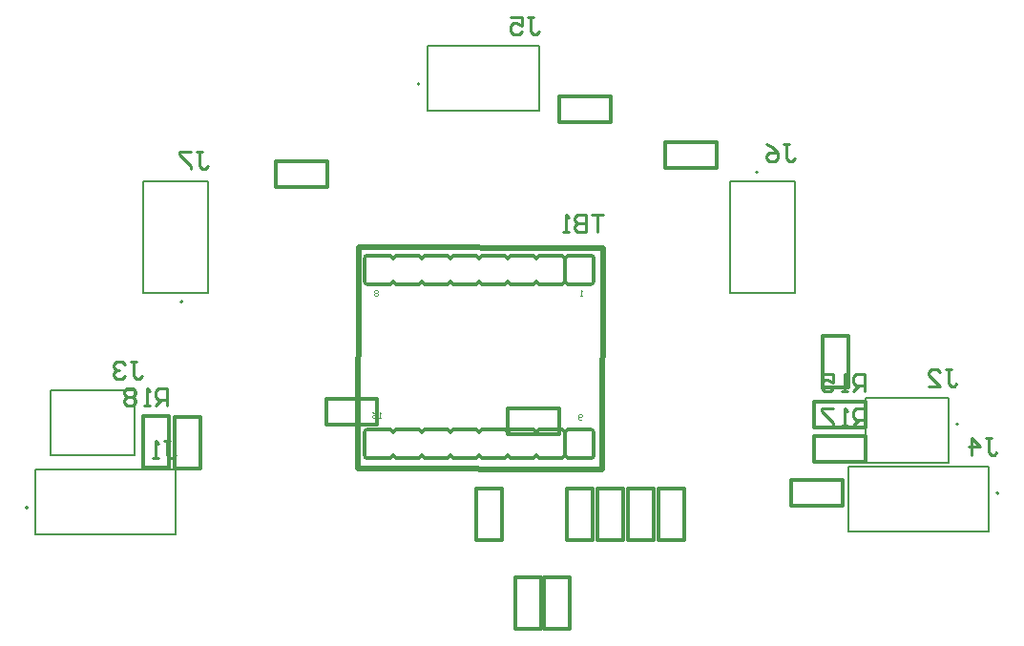
<source format=gbo>
G04*
G04 #@! TF.GenerationSoftware,Altium Limited,Altium Designer,23.6.0 (18)*
G04*
G04 Layer_Color=32896*
%FSLAX44Y44*%
%MOMM*%
G71*
G04*
G04 #@! TF.SameCoordinates,D83645A9-EAB1-4845-A107-50581717B435*
G04*
G04*
G04 #@! TF.FilePolarity,Positive*
G04*
G01*
G75*
%ADD11C,0.3000*%
%ADD13C,0.5000*%
%ADD14C,0.2540*%
%ADD15C,0.2000*%
%ADD16C,0.1270*%
%ADD17C,0.1000*%
D11*
X618353Y834929D02*
G03*
X615952Y832129I200J-2600D01*
G01*
X615952Y812129D02*
G03*
X618353Y809329I2600J-200D01*
G01*
X816752D02*
G03*
X819153Y812129I-200J2600D01*
G01*
X819153Y832129D02*
G03*
X816752Y834929I-2600J200D01*
G01*
X615950Y966630D02*
G03*
X618350Y963830I2600J-200D01*
G01*
Y989430D02*
G03*
X615950Y986630I200J-2600D01*
G01*
X819150D02*
G03*
X816750Y989430I-2600J200D01*
G01*
Y963830D02*
G03*
X819150Y966630I-200J2600D01*
G01*
X419030Y801530D02*
X441930D01*
X419030D02*
Y847030D01*
X441930Y801530D02*
Y847030D01*
X419030D02*
X441930D01*
X664212Y834829D02*
X666752Y832289D01*
X669293Y834829D01*
X689613D02*
X692152Y832289D01*
X638812Y834829D02*
X641352Y832289D01*
X643893Y834829D01*
X770892Y809329D02*
Y809429D01*
X796393Y809329D02*
X816752D01*
X796292D02*
Y809429D01*
X796393Y809329D01*
X770892D02*
X791212D01*
X765813Y834829D02*
X768353Y832289D01*
X770892Y834829D01*
X666752Y811969D02*
X669293Y809429D01*
X615952Y812129D02*
Y832129D01*
X715013Y834829D02*
X717552Y832289D01*
X720092Y834829D01*
X740413D02*
X742952Y832289D01*
X745492Y834829D01*
X692152Y832289D02*
X694693Y834829D01*
X664212Y809429D02*
X666752Y811969D01*
X669293Y809329D02*
Y809429D01*
Y809329D02*
X689613D01*
X694693Y809429D02*
X694792Y809329D01*
X689613D02*
X692152Y811869D01*
Y811969D01*
X694693Y809429D01*
Y809329D02*
Y809429D01*
X618493Y809329D02*
X638812D01*
X643893Y809429D02*
X643992Y809329D01*
X664352D01*
X638812D02*
X641352Y811869D01*
Y811969D01*
X643893Y809429D01*
Y809329D02*
Y809429D01*
X768353Y811969D02*
X770892Y809429D01*
X720092Y809329D02*
X740413D01*
X765813Y809429D02*
X768353Y811969D01*
X715013Y809429D02*
X717552Y811969D01*
X720092Y809429D01*
Y809329D02*
Y809429D01*
X745492D02*
X745592Y809329D01*
X765953D01*
X740413D02*
X742952Y811869D01*
Y811969D01*
X745492Y809429D01*
Y809329D02*
Y809429D01*
X694792Y809329D02*
X715153D01*
X819153Y812129D02*
Y832129D01*
X793753Y811869D02*
Y832289D01*
X796292Y834829D01*
X791212D02*
X793753Y832289D01*
Y811969D02*
X796292Y809429D01*
X793753Y811869D02*
Y811969D01*
X791212Y809329D02*
X793753Y811869D01*
X643893Y834929D02*
X664352D01*
X618493D02*
X638812D01*
X694693D02*
X715153D01*
X669293D02*
X689613D01*
X669293Y834829D02*
Y834929D01*
X745492D02*
X765953D01*
X720092D02*
X740413D01*
X720092Y834829D02*
Y834929D01*
X770892Y834829D02*
Y834929D01*
X791212D01*
X796292D02*
X816752D01*
X615950Y966630D02*
Y986630D01*
X643890Y963830D02*
Y963930D01*
X641350Y966470D02*
X643890Y963930D01*
X641350Y966370D02*
Y966470D01*
X638810Y963830D02*
X641350Y966370D01*
X643990Y963830D02*
X664350D01*
X643890Y963930D02*
X643990Y963830D01*
X618490D02*
X638810D01*
X694690D02*
Y963930D01*
X692150Y966470D02*
X694690Y963930D01*
X692150Y966370D02*
Y966470D01*
X689610Y963830D02*
X692150Y966370D01*
X694790Y963830D02*
X715150D01*
X694690Y963930D02*
X694790Y963830D01*
X669290D02*
X689610D01*
X669290D02*
Y963930D01*
X666750Y966470D02*
X669290Y963930D01*
X664210D02*
X666750Y966470D01*
X745490Y963830D02*
Y963930D01*
X742950Y966470D02*
X745490Y963930D01*
X742950Y966370D02*
Y966470D01*
X740410Y963830D02*
X742950Y966370D01*
X745590Y963830D02*
X765950D01*
X745490Y963930D02*
X745590Y963830D01*
X720090D02*
X740410D01*
X720090D02*
Y963930D01*
X717550Y966470D02*
X720090Y963930D01*
X715010D02*
X717550Y966470D01*
X641350Y986790D02*
X643890Y989330D01*
X638810D02*
X641350Y986790D01*
X643890Y989430D02*
X664350D01*
X618490D02*
X638810D01*
X692150Y986790D02*
X694690Y989330D01*
X689610D02*
X692150Y986790D01*
X694690Y989430D02*
X715150D01*
X666750Y986790D02*
X669290Y989330D01*
X664210D02*
X666750Y986790D01*
X669290Y989430D02*
X689610D01*
X669290Y989330D02*
Y989430D01*
X742950Y986790D02*
X745490Y989330D01*
X740410D02*
X742950Y986790D01*
X745490Y989430D02*
X765950D01*
X717550Y986790D02*
X720090Y989330D01*
X715010D02*
X717550Y986790D01*
X720090Y989430D02*
X740410D01*
X720090Y989330D02*
Y989430D01*
X765810Y963930D02*
X768350Y966470D01*
X770890Y963930D01*
Y963830D02*
Y963930D01*
Y963830D02*
X791210D01*
X796290Y963930D02*
X796390Y963830D01*
X816750D01*
X770890Y989330D02*
Y989430D01*
X791210D01*
X765810Y989330D02*
X768350Y986790D01*
X770890Y989330D01*
X796290Y989430D02*
X816750D01*
X791210Y963830D02*
X793750Y966370D01*
Y966470D01*
X796290Y963930D01*
Y963830D02*
Y963930D01*
X791210Y989330D02*
X793750Y986790D01*
X796290Y989330D01*
X819150Y966630D02*
Y986630D01*
X793750Y966370D02*
Y986790D01*
X1039970Y767010D02*
Y789910D01*
X994470Y767010D02*
X1039970D01*
X994470Y789910D02*
X1039970D01*
X994470Y767010D02*
Y789910D01*
X1060290Y806380D02*
Y829280D01*
X1014790Y806380D02*
X1060290D01*
X1014790Y829280D02*
X1060290D01*
X1014790Y806380D02*
Y829280D01*
X446970Y800260D02*
X469870D01*
X446970D02*
Y845760D01*
X469870Y800260D02*
Y845760D01*
X446970D02*
X469870D01*
X849348Y736760D02*
X872248D01*
X849348D02*
Y782260D01*
X872248Y736760D02*
Y782260D01*
X849348D02*
X872248D01*
X749230Y658020D02*
X772130D01*
X749230D02*
Y703520D01*
X772130Y658020D02*
Y703520D01*
X749230D02*
X772130D01*
X714940Y736760D02*
X737840D01*
X714940D02*
Y782260D01*
X737840Y736760D02*
Y782260D01*
X714940D02*
X737840D01*
X788610Y830610D02*
Y853510D01*
X743110Y830610D02*
X788610D01*
X743110Y853510D02*
X788610D01*
X743110Y830610D02*
Y853510D01*
X876230Y782260D02*
X899130D01*
Y736760D02*
Y782260D01*
X876230Y736760D02*
Y782260D01*
Y736760D02*
X899130D01*
X581720Y839400D02*
Y862300D01*
X627220D01*
X581720Y839400D02*
X627220D01*
Y862300D01*
X822467Y782260D02*
X845367D01*
Y736760D02*
Y782260D01*
X822467Y736760D02*
Y782260D01*
Y736760D02*
X845367D01*
X795585Y782260D02*
X818485D01*
Y736760D02*
Y782260D01*
X795585Y736760D02*
Y782260D01*
Y736760D02*
X818485D01*
X1014790Y836860D02*
Y859760D01*
X1060290D01*
X1014790Y836860D02*
X1060290D01*
Y859760D01*
X834330Y1107470D02*
Y1130370D01*
X788830Y1107470D02*
X834330D01*
X788830Y1130370D02*
X834330D01*
X788830Y1107470D02*
Y1130370D01*
X882710Y1066730D02*
Y1089630D01*
X928210D01*
X882710Y1066730D02*
X928210D01*
Y1089630D01*
X582870Y1050320D02*
Y1073220D01*
X537370Y1050320D02*
X582870D01*
X537370Y1073220D02*
X582870D01*
X537370Y1050320D02*
Y1073220D01*
X1022280Y918150D02*
X1045180D01*
Y872650D02*
Y918150D01*
X1022280Y872650D02*
Y918150D01*
Y872650D02*
X1045180D01*
X774630Y703520D02*
X797530D01*
Y658020D02*
Y703520D01*
X774630Y658020D02*
Y703520D01*
Y658020D02*
X797530D01*
D13*
X610916Y997062D02*
X827552Y995956D01*
X609555Y800583D02*
X825895Y799479D01*
X826550Y799630D02*
X827552Y995956D01*
X609915Y800880D02*
X610916Y997062D01*
D14*
X440944Y856234D02*
Y871469D01*
X433326D01*
X430787Y868930D01*
Y863851D01*
X433326Y861312D01*
X440944D01*
X435866D02*
X430787Y856234D01*
X425709D02*
X420631D01*
X423170D01*
Y871469D01*
X425709Y868930D01*
X413013D02*
X410474Y871469D01*
X405396D01*
X402856Y868930D01*
Y866391D01*
X405396Y863851D01*
X402856Y861312D01*
Y858773D01*
X405396Y856234D01*
X410474D01*
X413013Y858773D01*
Y861312D01*
X410474Y863851D01*
X413013Y866391D01*
Y868930D01*
X410474Y863851D02*
X405396D01*
X1059180Y838454D02*
Y853689D01*
X1051562D01*
X1049023Y851150D01*
Y846071D01*
X1051562Y843532D01*
X1059180D01*
X1054102D02*
X1049023Y838454D01*
X1043945D02*
X1038867D01*
X1041406D01*
Y853689D01*
X1043945Y851150D01*
X1031249Y853689D02*
X1021092D01*
Y851150D01*
X1031249Y840993D01*
Y838454D01*
X1059180Y868934D02*
Y884169D01*
X1051562D01*
X1049023Y881630D01*
Y876552D01*
X1051562Y874012D01*
X1059180D01*
X1054102D02*
X1049023Y868934D01*
X1043945D02*
X1038867D01*
X1041406D01*
Y884169D01*
X1043945Y881630D01*
X1021092Y884169D02*
X1031249D01*
Y876552D01*
X1026171Y879091D01*
X1023632D01*
X1021092Y876552D01*
Y871473D01*
X1023632Y868934D01*
X1028710D01*
X1031249Y871473D01*
X827532Y1025901D02*
X817375D01*
X822454D01*
Y1010666D01*
X812297Y1025901D02*
Y1010666D01*
X804679D01*
X802140Y1013205D01*
Y1015744D01*
X804679Y1018283D01*
X812297D01*
X804679D01*
X802140Y1020823D01*
Y1023362D01*
X804679Y1025901D01*
X812297D01*
X797062Y1010666D02*
X791983D01*
X794523D01*
Y1025901D01*
X797062Y1023362D01*
X987809Y1088131D02*
X992888D01*
X990349D01*
Y1075435D01*
X992888Y1072896D01*
X995427D01*
X997966Y1075435D01*
X972574Y1088131D02*
X977653Y1085592D01*
X982731Y1080514D01*
Y1075435D01*
X980192Y1072896D01*
X975113D01*
X972574Y1075435D01*
Y1077974D01*
X975113Y1080514D01*
X982731D01*
X1166625Y827781D02*
X1171704D01*
X1169165D01*
Y815085D01*
X1171704Y812546D01*
X1174243D01*
X1176782Y815085D01*
X1153929Y812546D02*
Y827781D01*
X1161547Y820163D01*
X1151390D01*
X760987Y1201161D02*
X766066D01*
X763527D01*
Y1188465D01*
X766066Y1185926D01*
X768605D01*
X771144Y1188465D01*
X745752Y1201161D02*
X755909D01*
Y1193543D01*
X750831Y1196083D01*
X748291D01*
X745752Y1193543D01*
Y1188465D01*
X748291Y1185926D01*
X753370D01*
X755909Y1188465D01*
X408435Y895091D02*
X413514D01*
X410975D01*
Y882395D01*
X413514Y879856D01*
X416053D01*
X418592Y882395D01*
X403357Y892552D02*
X400818Y895091D01*
X395739D01*
X393200Y892552D01*
Y890013D01*
X395739Y887474D01*
X398279D01*
X395739D01*
X393200Y884934D01*
Y882395D01*
X395739Y879856D01*
X400818D01*
X403357Y882395D01*
X438153Y825241D02*
X443232D01*
X440692D01*
Y812545D01*
X443232Y810006D01*
X445771D01*
X448310Y812545D01*
X433075Y810006D02*
X427997D01*
X430536D01*
Y825241D01*
X433075Y822702D01*
X467109Y1081019D02*
X472188D01*
X469649D01*
Y1068323D01*
X472188Y1065784D01*
X474727D01*
X477266Y1068323D01*
X462031Y1081019D02*
X451874D01*
Y1078480D01*
X462031Y1068323D01*
Y1065784D01*
X1131065Y888741D02*
X1136144D01*
X1133605D01*
Y876045D01*
X1136144Y873506D01*
X1138683D01*
X1141222Y876045D01*
X1115830Y873506D02*
X1125987D01*
X1115830Y883663D01*
Y886202D01*
X1118369Y888741D01*
X1123448D01*
X1125987Y886202D01*
D15*
X964760Y1063340D02*
G03*
X964760Y1063340I-1000J0D01*
G01*
X317080Y765640D02*
G03*
X317080Y765640I-1000J0D01*
G01*
X1142680Y839640D02*
G03*
X1142680Y839640I-1000J0D01*
G01*
X664860Y1141560D02*
G03*
X664860Y1141560I-1000J0D01*
G01*
X1178440Y778680D02*
G03*
X1178440Y778680I-1000J0D01*
G01*
X420050Y845990D02*
G03*
X420050Y845990I-1000J0D01*
G01*
X454560Y948340D02*
G03*
X454560Y948340I-1000J0D01*
G01*
D16*
X940260Y956340D02*
X997760D01*
X940260D02*
Y1055340D01*
X997760D01*
Y956340D02*
Y1055340D01*
X448080Y742140D02*
Y799640D01*
X324080Y742140D02*
X448080D01*
X324080D02*
Y799640D01*
X448080D01*
X1060280Y805640D02*
X1134280D01*
X1060280D02*
Y863140D01*
X1134280D01*
Y805640D02*
Y863140D01*
X770860Y1118060D02*
Y1175560D01*
X671860Y1118060D02*
X770860D01*
X671860D02*
Y1175560D01*
X770860D01*
X1045440Y744680D02*
Y802180D01*
X1169440D01*
Y744680D02*
Y802180D01*
X1045440Y744680D02*
X1169440D01*
X337650Y811990D02*
X411650D01*
X337650D02*
Y869490D01*
X411650D01*
Y811990D02*
Y869490D01*
X419560Y956340D02*
Y1055340D01*
Y956340D02*
X477060D01*
Y1055340D01*
X419560D02*
X477060D01*
D17*
X808550Y953630D02*
X806884D01*
X807717D01*
Y958628D01*
X808550Y957795D01*
X627550D02*
X626717Y958628D01*
X625051D01*
X624218Y957795D01*
Y956962D01*
X625051Y956129D01*
X624218Y955296D01*
Y954463D01*
X625051Y953630D01*
X626717D01*
X627550Y954463D01*
Y955296D01*
X626717Y956129D01*
X627550Y956962D01*
Y957795D01*
X626717Y956129D02*
X625051D01*
X808550Y844463D02*
X807717Y843630D01*
X806051D01*
X805218Y844463D01*
Y847795D01*
X806051Y848628D01*
X807717D01*
X808550Y847795D01*
Y846962D01*
X807717Y846129D01*
X805218D01*
X630550Y845630D02*
X628884D01*
X629717D01*
Y850628D01*
X630550Y849795D01*
X623052Y850628D02*
X624719Y849795D01*
X626385Y848129D01*
Y846463D01*
X625552Y845630D01*
X623885D01*
X623052Y846463D01*
Y847296D01*
X623885Y848129D01*
X626385D01*
M02*

</source>
